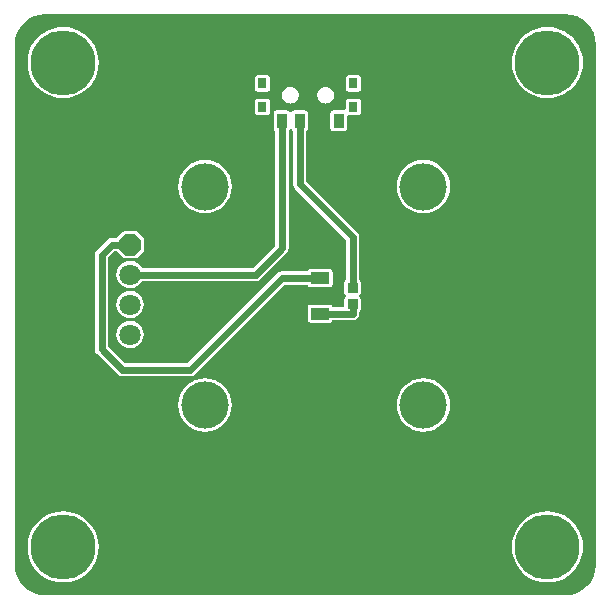
<source format=gtl>
G04 Layer_Physical_Order=1*
G04 Layer_Color=255*
%FSLAX44Y44*%
%MOMM*%
G71*
G01*
G75*
%ADD10R,0.9000X1.2500*%
%ADD11R,0.8000X0.9000*%
%ADD12R,0.8500X0.8500*%
%ADD13R,1.6000X1.0000*%
%ADD14C,0.6000*%
%ADD15C,5.5000*%
%ADD16C,4.0000*%
%ADD17P,1.9483X8X292.5*%
%ADD18C,1.8000*%
G36*
X475109Y495686D02*
X480022Y494196D01*
X484550Y491775D01*
X488518Y488518D01*
X491775Y484550D01*
X494196Y480022D01*
X495686Y475109D01*
X496165Y470248D01*
X496115Y470000D01*
X496115Y30000D01*
X496165Y29752D01*
X495686Y24891D01*
X494196Y19978D01*
X491775Y15450D01*
X488518Y11481D01*
X484550Y8224D01*
X480022Y5804D01*
X475109Y4314D01*
X470248Y3835D01*
X470000Y3885D01*
X30000Y3885D01*
X29752Y3835D01*
X24891Y4314D01*
X19978Y5804D01*
X15450Y8224D01*
X11481Y11481D01*
X8224Y15450D01*
X5804Y19978D01*
X4314Y24891D01*
X3934Y28750D01*
X3885Y30000D01*
X3885Y30000D01*
X3885Y31252D01*
X3885Y470000D01*
X3835Y470248D01*
X4314Y475109D01*
X5804Y480022D01*
X8224Y484550D01*
X11481Y488518D01*
X15450Y491775D01*
X19978Y494196D01*
X24891Y495686D01*
X29752Y496165D01*
X30000Y496115D01*
X470000Y496115D01*
X470248Y496165D01*
X475109Y495686D01*
D02*
G37*
%LPC*%
G36*
X106250Y312540D02*
X97250D01*
X96259Y312343D01*
X95419Y311781D01*
X90919Y307281D01*
X90463Y306598D01*
X85950D01*
X83788Y306169D01*
X81956Y304944D01*
X81956Y304944D01*
X73506Y296494D01*
X72281Y294662D01*
X71851Y292500D01*
X71852Y292500D01*
Y212500D01*
X71851Y212500D01*
X72281Y210338D01*
X73506Y208506D01*
X91006Y191006D01*
X91006Y191006D01*
X92838Y189781D01*
X95000Y189351D01*
X95000Y189352D01*
X152500D01*
X152500Y189351D01*
X154662Y189781D01*
X156494Y191006D01*
X232340Y266852D01*
X252039D01*
X252107Y266509D01*
X252669Y265669D01*
X253509Y265107D01*
X254500Y264910D01*
X270500D01*
X271491Y265107D01*
X272331Y265669D01*
X272893Y266509D01*
X273090Y267500D01*
Y277500D01*
X272893Y278491D01*
X272331Y279331D01*
X271491Y279893D01*
X270500Y280090D01*
X254500D01*
X253509Y279893D01*
X252669Y279331D01*
X252107Y278491D01*
X252039Y278148D01*
X230000D01*
X230000Y278148D01*
X227838Y277719D01*
X226006Y276494D01*
X226006Y276494D01*
X150160Y200648D01*
X97340D01*
X83148Y214840D01*
Y290160D01*
X88290Y295301D01*
X90463D01*
X90919Y294619D01*
X95419Y290119D01*
X96259Y289557D01*
X97250Y289360D01*
X106250D01*
X107241Y289557D01*
X108081Y290119D01*
X112581Y294619D01*
X113143Y295459D01*
X113340Y296450D01*
Y305450D01*
X113143Y306441D01*
X112581Y307281D01*
X108081Y311781D01*
X107241Y312343D01*
X106250Y312540D01*
D02*
G37*
G36*
X101750Y261789D02*
X98737Y261393D01*
X95930Y260230D01*
X93520Y258380D01*
X91670Y255970D01*
X90507Y253162D01*
X90111Y250150D01*
X90507Y247138D01*
X91670Y244330D01*
X93520Y241920D01*
X95930Y240070D01*
X98737Y238907D01*
X101750Y238510D01*
X104763Y238907D01*
X107570Y240070D01*
X109980Y241920D01*
X111830Y244330D01*
X112993Y247138D01*
X113390Y250150D01*
X112993Y253162D01*
X111830Y255970D01*
X109980Y258380D01*
X107570Y260230D01*
X104763Y261393D01*
X101750Y261789D01*
D02*
G37*
G36*
X350000Y372649D02*
X345581Y372214D01*
X341333Y370925D01*
X337417Y368832D01*
X333985Y366015D01*
X331168Y362583D01*
X329075Y358667D01*
X327786Y354419D01*
X327351Y350000D01*
X327786Y345581D01*
X329075Y341333D01*
X331168Y337417D01*
X333985Y333985D01*
X337417Y331168D01*
X341333Y329075D01*
X345581Y327786D01*
X350000Y327351D01*
X354419Y327786D01*
X358667Y329075D01*
X362583Y331168D01*
X366015Y333985D01*
X368832Y337417D01*
X370925Y341333D01*
X372214Y345581D01*
X372649Y350000D01*
X372214Y354419D01*
X370925Y358667D01*
X368832Y362583D01*
X366015Y366015D01*
X362583Y368832D01*
X358667Y370925D01*
X354419Y372214D01*
X350000Y372649D01*
D02*
G37*
G36*
X165000D02*
X160581Y372214D01*
X156333Y370925D01*
X152417Y368832D01*
X148985Y366015D01*
X146168Y362583D01*
X144075Y358667D01*
X142786Y354419D01*
X142351Y350000D01*
X142786Y345581D01*
X144075Y341333D01*
X146168Y337417D01*
X148985Y333985D01*
X152417Y331168D01*
X156333Y329075D01*
X160581Y327786D01*
X165000Y327351D01*
X169419Y327786D01*
X173667Y329075D01*
X177583Y331168D01*
X181015Y333985D01*
X183832Y337417D01*
X185925Y341333D01*
X187214Y345581D01*
X187649Y350000D01*
X187214Y354419D01*
X185925Y358667D01*
X183832Y362583D01*
X181015Y366015D01*
X177583Y368832D01*
X173667Y370925D01*
X169419Y372214D01*
X165000Y372649D01*
D02*
G37*
G36*
X101750Y236390D02*
X98737Y235993D01*
X95930Y234830D01*
X93520Y232980D01*
X91670Y230570D01*
X90507Y227763D01*
X90111Y224750D01*
X90507Y221737D01*
X91670Y218930D01*
X93520Y216520D01*
X95930Y214670D01*
X98737Y213507D01*
X101750Y213110D01*
X104763Y213507D01*
X107570Y214670D01*
X109980Y216520D01*
X111830Y218930D01*
X112993Y221737D01*
X113390Y224750D01*
X112993Y227763D01*
X111830Y230570D01*
X109980Y232980D01*
X107570Y234830D01*
X104763Y235993D01*
X101750Y236390D01*
D02*
G37*
G36*
X455000Y75133D02*
X450286Y74762D01*
X445688Y73658D01*
X441320Y71849D01*
X437288Y69378D01*
X433693Y66307D01*
X430622Y62712D01*
X428151Y58680D01*
X426342Y54311D01*
X425238Y49714D01*
X424867Y45000D01*
X425238Y40286D01*
X426342Y35688D01*
X428151Y31320D01*
X430622Y27288D01*
X433693Y23693D01*
X437288Y20622D01*
X441320Y18151D01*
X445688Y16342D01*
X450286Y15238D01*
X455000Y14867D01*
X459714Y15238D01*
X464312Y16342D01*
X468680Y18151D01*
X472712Y20622D01*
X476307Y23693D01*
X479378Y27288D01*
X481849Y31320D01*
X483658Y35688D01*
X484762Y40286D01*
X485133Y45000D01*
X484762Y49714D01*
X483658Y54311D01*
X481849Y58680D01*
X479378Y62712D01*
X476307Y66307D01*
X472712Y69378D01*
X468680Y71849D01*
X464312Y73658D01*
X459714Y74762D01*
X455000Y75133D01*
D02*
G37*
G36*
X45000D02*
X40286Y74762D01*
X35688Y73658D01*
X31320Y71849D01*
X27288Y69378D01*
X23693Y66307D01*
X20622Y62712D01*
X18151Y58680D01*
X16342Y54311D01*
X15238Y49714D01*
X14867Y45000D01*
X15238Y40286D01*
X16342Y35688D01*
X18151Y31320D01*
X20622Y27288D01*
X23693Y23693D01*
X27288Y20622D01*
X31320Y18151D01*
X35688Y16342D01*
X40286Y15238D01*
X45000Y14867D01*
X49714Y15238D01*
X54311Y16342D01*
X58680Y18151D01*
X62712Y20622D01*
X66307Y23693D01*
X69378Y27288D01*
X71849Y31320D01*
X73658Y35688D01*
X74762Y40286D01*
X75133Y45000D01*
X74762Y49714D01*
X73658Y54311D01*
X71849Y58680D01*
X69378Y62712D01*
X66307Y66307D01*
X62712Y69378D01*
X58680Y71849D01*
X54311Y73658D01*
X49714Y74762D01*
X45000Y75133D01*
D02*
G37*
G36*
X350000Y187649D02*
X345581Y187214D01*
X341333Y185925D01*
X337417Y183832D01*
X333985Y181015D01*
X331168Y177583D01*
X329075Y173667D01*
X327786Y169419D01*
X327351Y165000D01*
X327786Y160581D01*
X329075Y156333D01*
X331168Y152417D01*
X333985Y148985D01*
X337417Y146168D01*
X341333Y144075D01*
X345581Y142786D01*
X350000Y142351D01*
X354419Y142786D01*
X358667Y144075D01*
X362583Y146168D01*
X366015Y148985D01*
X368832Y152417D01*
X370925Y156333D01*
X372214Y160581D01*
X372649Y165000D01*
X372214Y169419D01*
X370925Y173667D01*
X368832Y177583D01*
X366015Y181015D01*
X362583Y183832D01*
X358667Y185925D01*
X354419Y187214D01*
X350000Y187649D01*
D02*
G37*
G36*
X165000D02*
X160581Y187214D01*
X156333Y185925D01*
X152417Y183832D01*
X148985Y181015D01*
X146168Y177583D01*
X144075Y173667D01*
X142786Y169419D01*
X142351Y165000D01*
X142786Y160581D01*
X144075Y156333D01*
X146168Y152417D01*
X148985Y148985D01*
X152417Y146168D01*
X156333Y144075D01*
X160581Y142786D01*
X165000Y142351D01*
X169419Y142786D01*
X173667Y144075D01*
X177583Y146168D01*
X181015Y148985D01*
X183832Y152417D01*
X185925Y156333D01*
X187214Y160581D01*
X187649Y165000D01*
X187214Y169419D01*
X185925Y173667D01*
X183832Y177583D01*
X181015Y181015D01*
X177583Y183832D01*
X173667Y185925D01*
X169419Y187214D01*
X165000Y187649D01*
D02*
G37*
G36*
X455000Y485133D02*
X450286Y484762D01*
X445688Y483658D01*
X441320Y481849D01*
X437288Y479378D01*
X433693Y476307D01*
X430622Y472712D01*
X428151Y468680D01*
X426342Y464312D01*
X425238Y459714D01*
X424867Y455000D01*
X425238Y450286D01*
X426342Y445688D01*
X428151Y441320D01*
X430622Y437288D01*
X433693Y433693D01*
X437288Y430622D01*
X441320Y428151D01*
X445688Y426342D01*
X450286Y425238D01*
X455000Y424867D01*
X459714Y425238D01*
X464312Y426342D01*
X468680Y428151D01*
X472712Y430622D01*
X476307Y433693D01*
X479378Y437288D01*
X481849Y441320D01*
X483658Y445688D01*
X484762Y450286D01*
X485133Y455000D01*
X484762Y459714D01*
X483658Y464312D01*
X481849Y468680D01*
X479378Y472712D01*
X476307Y476307D01*
X472712Y479378D01*
X468680Y481849D01*
X464312Y483658D01*
X459714Y484762D01*
X455000Y485133D01*
D02*
G37*
G36*
X45000D02*
X40286Y484762D01*
X35688Y483658D01*
X31320Y481849D01*
X27288Y479378D01*
X23693Y476307D01*
X20622Y472712D01*
X18151Y468680D01*
X16342Y464312D01*
X15238Y459714D01*
X14867Y455000D01*
X15238Y450286D01*
X16342Y445688D01*
X18151Y441320D01*
X20622Y437288D01*
X23693Y433693D01*
X27288Y430622D01*
X31320Y428151D01*
X35688Y426342D01*
X40286Y425238D01*
X45000Y424867D01*
X49714Y425238D01*
X54311Y426342D01*
X58680Y428151D01*
X62712Y430622D01*
X66307Y433693D01*
X69378Y437288D01*
X71849Y441320D01*
X73658Y445688D01*
X74762Y450286D01*
X75133Y455000D01*
X74762Y459714D01*
X73658Y464312D01*
X71849Y468680D01*
X69378Y472712D01*
X66307Y476307D01*
X62712Y479378D01*
X58680Y481849D01*
X54311Y483658D01*
X49714Y484762D01*
X45000Y485133D01*
D02*
G37*
G36*
X294760Y444590D02*
X286760D01*
X285769Y444393D01*
X284929Y443831D01*
X284367Y442991D01*
X284170Y442000D01*
Y433000D01*
X284367Y432009D01*
X284929Y431169D01*
X285769Y430607D01*
X286760Y430410D01*
X294760D01*
X295751Y430607D01*
X296591Y431169D01*
X297153Y432009D01*
X297350Y433000D01*
Y442000D01*
X297153Y442991D01*
X296591Y443831D01*
X295751Y444393D01*
X294760Y444590D01*
D02*
G37*
G36*
X217760D02*
X209760D01*
X208769Y444393D01*
X207929Y443831D01*
X207367Y442991D01*
X207170Y442000D01*
Y433000D01*
X207367Y432009D01*
X207929Y431169D01*
X208769Y430607D01*
X209760Y430410D01*
X217760D01*
X218751Y430607D01*
X219591Y431169D01*
X220153Y432009D01*
X220350Y433000D01*
Y442000D01*
X220153Y442991D01*
X219591Y443831D01*
X218751Y444393D01*
X217760Y444590D01*
D02*
G37*
G36*
X267260Y434678D02*
X267010Y434628D01*
X266755D01*
X264999Y434279D01*
X264065Y433892D01*
X262577Y432898D01*
X262577Y432898D01*
X261862Y432183D01*
X261862Y432183D01*
X260868Y430695D01*
X260481Y429761D01*
X260132Y428005D01*
Y426995D01*
X260481Y425239D01*
X260868Y424305D01*
X261862Y422817D01*
X261862Y422817D01*
X262577Y422102D01*
X262577Y422102D01*
X264065Y421108D01*
X264999Y420721D01*
X266755Y420372D01*
X267010D01*
X267260Y420322D01*
X267510Y420372D01*
X267765D01*
X269521Y420721D01*
X270455Y421108D01*
X271943Y422102D01*
X271943Y422102D01*
X272658Y422817D01*
X272658Y422817D01*
X273652Y424305D01*
X274039Y425239D01*
X274388Y426995D01*
Y428005D01*
X274039Y429761D01*
X273652Y430695D01*
X272658Y432183D01*
X272658Y432183D01*
X271943Y432898D01*
X271943Y432898D01*
X270455Y433892D01*
X269521Y434279D01*
X267765Y434628D01*
X267510D01*
X267260Y434678D01*
D02*
G37*
G36*
X249760Y414590D02*
X240760D01*
X239769Y414393D01*
X238929Y413831D01*
X238429Y413083D01*
X237760Y413010D01*
X237091Y413083D01*
X236591Y413831D01*
X235751Y414393D01*
X234760Y414590D01*
X225760D01*
X224769Y414393D01*
X223929Y413831D01*
X223367Y412991D01*
X223170Y412000D01*
Y399500D01*
X223367Y398509D01*
X223929Y397669D01*
X224611Y397213D01*
Y300100D01*
X205710Y281199D01*
X111901D01*
X111830Y281370D01*
X109980Y283780D01*
X107570Y285630D01*
X104763Y286793D01*
X101750Y287190D01*
X98737Y286793D01*
X95930Y285630D01*
X93520Y283780D01*
X91670Y281370D01*
X90507Y278563D01*
X90111Y275550D01*
X90507Y272537D01*
X91670Y269730D01*
X93520Y267320D01*
X95930Y265470D01*
X98737Y264307D01*
X101750Y263910D01*
X104763Y264307D01*
X107570Y265470D01*
X109980Y267320D01*
X111830Y269730D01*
X111901Y269902D01*
X208050D01*
X208050Y269901D01*
X210212Y270331D01*
X212044Y271556D01*
X234254Y293766D01*
X234254Y293766D01*
X235478Y295598D01*
X235909Y297760D01*
Y397213D01*
X236591Y397669D01*
X237091Y398416D01*
X237760Y398490D01*
X238429Y398416D01*
X238929Y397669D01*
X239611Y397213D01*
Y352240D01*
X239611Y352240D01*
X240041Y350078D01*
X241266Y348246D01*
X284352Y305160D01*
Y270870D01*
X283919Y270581D01*
X283357Y269741D01*
X283160Y268750D01*
Y260250D01*
X283357Y259259D01*
X283919Y258419D01*
X284203Y258228D01*
Y256772D01*
X283919Y256581D01*
X283357Y255741D01*
X283160Y254750D01*
Y248148D01*
X272961D01*
X272893Y248491D01*
X272331Y249331D01*
X271491Y249893D01*
X270500Y250090D01*
X254500D01*
X253509Y249893D01*
X252669Y249331D01*
X252107Y248491D01*
X251910Y247500D01*
Y237500D01*
X252107Y236509D01*
X252669Y235669D01*
X253509Y235107D01*
X254500Y234910D01*
X270500D01*
X271491Y235107D01*
X272331Y235669D01*
X272893Y236509D01*
X272961Y236852D01*
X290000D01*
X292162Y237281D01*
X293994Y238506D01*
X295219Y240338D01*
X295648Y242500D01*
Y244130D01*
X296081Y244419D01*
X296643Y245259D01*
X296840Y246250D01*
Y254750D01*
X296643Y255741D01*
X296081Y256581D01*
X295797Y256772D01*
Y258228D01*
X296081Y258419D01*
X296643Y259259D01*
X296840Y260250D01*
Y268750D01*
X296643Y269741D01*
X296081Y270581D01*
X295648Y270870D01*
Y307500D01*
X295649Y307500D01*
X295219Y309662D01*
X293994Y311494D01*
X293994Y311494D01*
X250909Y354580D01*
Y397213D01*
X251591Y397669D01*
X252153Y398509D01*
X252350Y399500D01*
Y412000D01*
X252153Y412991D01*
X251591Y413831D01*
X250751Y414393D01*
X249760Y414590D01*
D02*
G37*
G36*
X217760Y424590D02*
X209760D01*
X208769Y424393D01*
X207929Y423831D01*
X207367Y422991D01*
X207170Y422000D01*
Y413000D01*
X207367Y412009D01*
X207929Y411169D01*
X208769Y410607D01*
X209760Y410410D01*
X217760D01*
X218751Y410607D01*
X219591Y411169D01*
X220153Y412009D01*
X220350Y413000D01*
Y422000D01*
X220153Y422991D01*
X219591Y423831D01*
X218751Y424393D01*
X217760Y424590D01*
D02*
G37*
G36*
X237260Y434678D02*
X237010Y434628D01*
X236755D01*
X234999Y434279D01*
X234065Y433892D01*
X232577Y432898D01*
X232577Y432898D01*
X231862Y432183D01*
X231862Y432183D01*
X230868Y430695D01*
X230481Y429761D01*
X230132Y428005D01*
Y426995D01*
X230481Y425239D01*
X230868Y424305D01*
X231862Y422817D01*
X231862Y422817D01*
X232577Y422102D01*
X232577Y422102D01*
X234065Y421108D01*
X234999Y420721D01*
X236755Y420372D01*
X237010D01*
X237260Y420322D01*
X237510Y420372D01*
X237765D01*
X239521Y420721D01*
X240455Y421108D01*
X241943Y422102D01*
X241943Y422102D01*
X242658Y422817D01*
X242658Y422817D01*
X243652Y424305D01*
X244039Y425239D01*
X244388Y426995D01*
Y428005D01*
X244039Y429761D01*
X243652Y430695D01*
X242658Y432183D01*
X242658Y432183D01*
X241943Y432898D01*
X241943Y432898D01*
X240455Y433892D01*
X239521Y434279D01*
X237765Y434628D01*
X237510D01*
X237260Y434678D01*
D02*
G37*
G36*
X294760Y424590D02*
X286760D01*
X285769Y424393D01*
X284929Y423831D01*
X284367Y422991D01*
X284170Y422000D01*
Y415524D01*
X282900Y414562D01*
X282760Y414590D01*
X273760D01*
X272769Y414393D01*
X271929Y413831D01*
X271367Y412991D01*
X271170Y412000D01*
Y399500D01*
X271367Y398509D01*
X271929Y397669D01*
X272769Y397107D01*
X273760Y396910D01*
X282760D01*
X283751Y397107D01*
X284591Y397669D01*
X285153Y398509D01*
X285350Y399500D01*
Y409476D01*
X286620Y410438D01*
X286760Y410410D01*
X294760D01*
X295751Y410607D01*
X296591Y411169D01*
X297153Y412009D01*
X297350Y413000D01*
Y422000D01*
X297153Y422991D01*
X296591Y423831D01*
X295751Y424393D01*
X294760Y424590D01*
D02*
G37*
%LPD*%
D10*
X278260Y405750D02*
D03*
X245260D02*
D03*
X230260D02*
D03*
D11*
X213760Y437500D02*
D03*
Y417500D02*
D03*
X290760Y437500D02*
D03*
Y417500D02*
D03*
D12*
X290000Y264500D02*
D03*
Y250500D02*
D03*
D13*
X262500Y272500D02*
D03*
Y242500D02*
D03*
D14*
X101750Y275550D02*
X208050D01*
X230260Y297760D01*
Y405750D01*
X290000Y242500D02*
Y250500D01*
X262500Y242500D02*
X290000D01*
Y264500D02*
Y307500D01*
X245260Y352240D02*
Y405750D01*
Y352240D02*
X290000Y307500D01*
X85950Y300950D02*
X101750D01*
X77500Y292500D02*
X85950Y300950D01*
X77500Y212500D02*
Y292500D01*
Y212500D02*
X95000Y195000D01*
X152500D01*
X230000Y272500D01*
X262500D01*
D15*
X455000Y45000D02*
D03*
X45000D02*
D03*
X455000Y455000D02*
D03*
X45000D02*
D03*
D16*
X165000Y165000D02*
D03*
X350000Y350000D02*
D03*
X165000D02*
D03*
X350000Y165000D02*
D03*
D17*
X101750Y300950D02*
D03*
D18*
Y275550D02*
D03*
Y250150D02*
D03*
Y224750D02*
D03*
M02*

</source>
